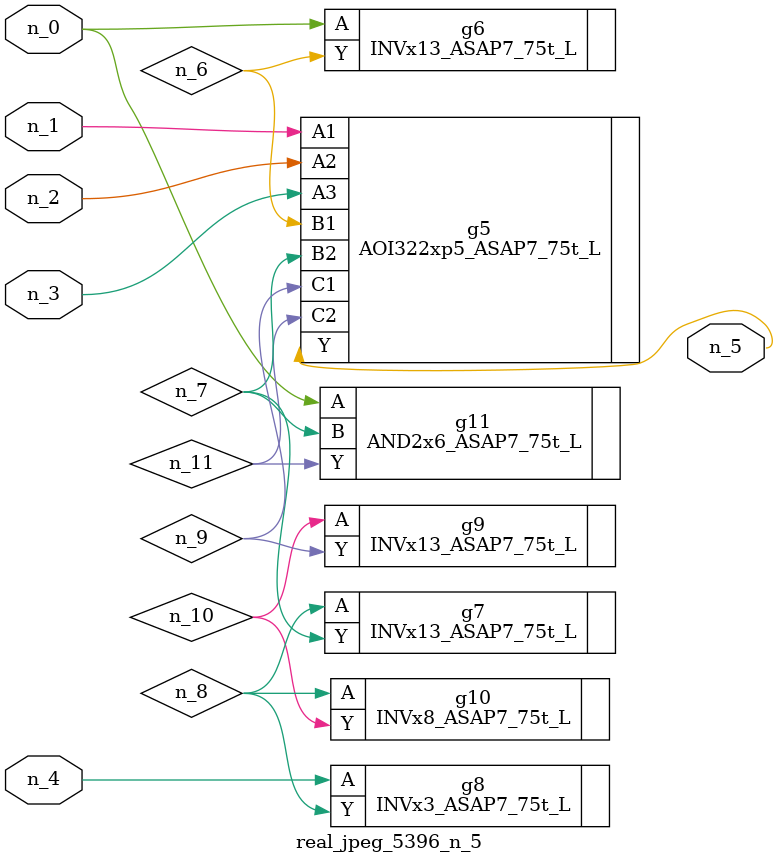
<source format=v>
module real_jpeg_5396_n_5 (n_4, n_0, n_1, n_2, n_3, n_5);

input n_4;
input n_0;
input n_1;
input n_2;
input n_3;

output n_5;

wire n_8;
wire n_11;
wire n_6;
wire n_7;
wire n_10;
wire n_9;

INVx13_ASAP7_75t_L g6 ( 
.A(n_0),
.Y(n_6)
);

AND2x6_ASAP7_75t_L g11 ( 
.A(n_0),
.B(n_7),
.Y(n_11)
);

AOI322xp5_ASAP7_75t_L g5 ( 
.A1(n_1),
.A2(n_2),
.A3(n_3),
.B1(n_6),
.B2(n_7),
.C1(n_9),
.C2(n_11),
.Y(n_5)
);

INVx3_ASAP7_75t_L g8 ( 
.A(n_4),
.Y(n_8)
);

INVx13_ASAP7_75t_L g7 ( 
.A(n_8),
.Y(n_7)
);

INVx8_ASAP7_75t_L g10 ( 
.A(n_8),
.Y(n_10)
);

INVx13_ASAP7_75t_L g9 ( 
.A(n_10),
.Y(n_9)
);


endmodule
</source>
